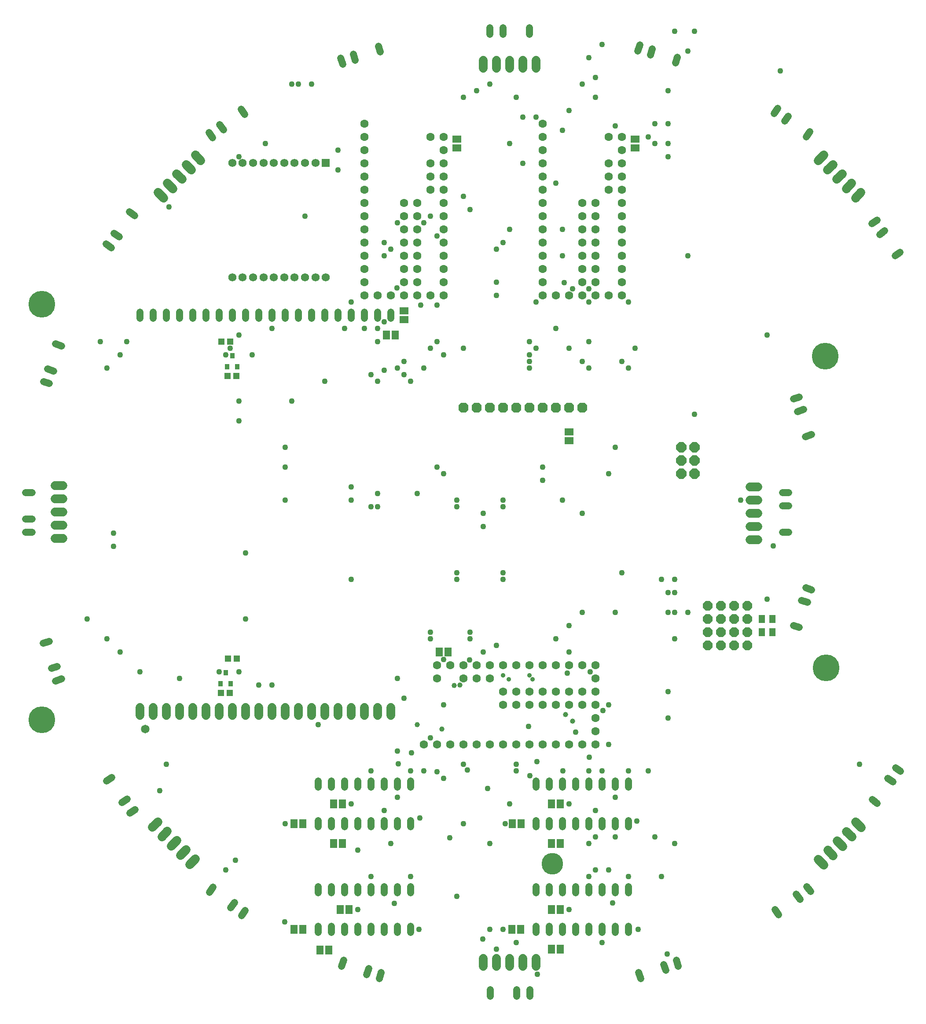
<source format=gts>
G75*
%MOIN*%
%OFA0B0*%
%FSLAX25Y25*%
%IPPOS*%
%LPD*%
%AMOC8*
5,1,8,0,0,1.08239X$1,22.5*
%
%ADD10C,0.20285*%
%ADD11C,0.16348*%
%ADD12C,0.06600*%
%ADD13R,0.06506X0.05718*%
%ADD14R,0.05718X0.06506*%
%ADD15C,0.05400*%
%ADD16OC8,0.07200*%
%ADD17C,0.06300*%
%ADD18R,0.03750X0.04143*%
%ADD19R,0.04931X0.06112*%
%ADD20R,0.04931X0.04537*%
%ADD21C,0.06200*%
%ADD22R,0.06200X0.06200*%
%ADD23OC8,0.07600*%
%ADD24OC8,0.08000*%
%ADD25C,0.04362*%
%ADD26C,0.06506*%
%ADD27C,0.03969*%
%ADD28C,0.03600*%
D10*
X0162706Y0410343D03*
X0162706Y0725304D03*
X0756013Y0685934D03*
X0756406Y0449713D03*
D11*
X0549259Y0301383D03*
D12*
X0278891Y0305013D02*
X0274648Y0300771D01*
X0267577Y0307842D02*
X0271820Y0312085D01*
X0264749Y0319156D02*
X0260506Y0314913D01*
X0253435Y0321984D02*
X0257678Y0326227D01*
X0250606Y0333298D02*
X0246364Y0329055D01*
X0246800Y0413800D02*
X0246800Y0419800D01*
X0236800Y0419800D02*
X0236800Y0413800D01*
X0256800Y0413800D02*
X0256800Y0419800D01*
X0266800Y0419800D02*
X0266800Y0413800D01*
X0276800Y0413800D02*
X0276800Y0419800D01*
X0286800Y0419800D02*
X0286800Y0413800D01*
X0296800Y0413800D02*
X0296800Y0419800D01*
X0306800Y0419800D02*
X0306800Y0413800D01*
X0316800Y0413800D02*
X0316800Y0419800D01*
X0326800Y0419800D02*
X0326800Y0413800D01*
X0336800Y0413800D02*
X0336800Y0419800D01*
X0346800Y0419800D02*
X0346800Y0413800D01*
X0356800Y0413800D02*
X0356800Y0419800D01*
X0366800Y0419800D02*
X0366800Y0413800D01*
X0376800Y0413800D02*
X0376800Y0419800D01*
X0386800Y0419800D02*
X0386800Y0413800D01*
X0396800Y0413800D02*
X0396800Y0419800D01*
X0406800Y0419800D02*
X0406800Y0413800D01*
X0416800Y0413800D02*
X0416800Y0419800D01*
X0426800Y0419800D02*
X0426800Y0413800D01*
X0496800Y0229800D02*
X0496800Y0223800D01*
X0506800Y0223800D02*
X0506800Y0229800D01*
X0516800Y0229800D02*
X0516800Y0223800D01*
X0526800Y0223800D02*
X0526800Y0229800D01*
X0536800Y0229800D02*
X0536800Y0223800D01*
X0750702Y0304750D02*
X0754945Y0300508D01*
X0762016Y0307579D02*
X0757773Y0311821D01*
X0764844Y0318892D02*
X0769087Y0314650D01*
X0776158Y0321721D02*
X0771915Y0325963D01*
X0778986Y0333035D02*
X0783229Y0328792D01*
X0704800Y0546800D02*
X0698800Y0546800D01*
X0698800Y0556800D02*
X0704800Y0556800D01*
X0704800Y0566800D02*
X0698800Y0566800D01*
X0698800Y0576800D02*
X0704800Y0576800D01*
X0704800Y0586800D02*
X0698800Y0586800D01*
X0778821Y0805537D02*
X0783063Y0809779D01*
X0775992Y0816850D02*
X0771750Y0812608D01*
X0764679Y0819679D02*
X0768921Y0823921D01*
X0761850Y0830992D02*
X0757608Y0826750D01*
X0750537Y0833821D02*
X0754779Y0838063D01*
X0536800Y0903800D02*
X0536800Y0909800D01*
X0526800Y0909800D02*
X0526800Y0903800D01*
X0516800Y0903800D02*
X0516800Y0909800D01*
X0506800Y0909800D02*
X0506800Y0903800D01*
X0496800Y0903800D02*
X0496800Y0909800D01*
X0283063Y0833821D02*
X0278821Y0838063D01*
X0271750Y0830992D02*
X0275992Y0826750D01*
X0268921Y0819679D02*
X0264679Y0823921D01*
X0257608Y0816850D02*
X0261850Y0812608D01*
X0254779Y0805537D02*
X0250537Y0809779D01*
X0178461Y0587745D02*
X0172461Y0587745D01*
X0172461Y0577745D02*
X0178461Y0577745D01*
X0178461Y0567745D02*
X0172461Y0567745D01*
X0172461Y0557745D02*
X0178461Y0557745D01*
X0178461Y0547745D02*
X0172461Y0547745D01*
D13*
X0436800Y0713454D03*
X0436800Y0720146D03*
X0476800Y0843454D03*
X0476800Y0850146D03*
X0611800Y0850146D03*
X0611800Y0843454D03*
X0561915Y0628607D03*
X0561915Y0621914D03*
D14*
X0430146Y0701800D03*
X0423454Y0701800D03*
X0463454Y0461800D03*
X0470146Y0461800D03*
X0548454Y0346800D03*
X0555146Y0346800D03*
X0555146Y0316800D03*
X0548454Y0316800D03*
X0525713Y0331706D03*
X0519020Y0331706D03*
X0548454Y0266800D03*
X0555146Y0266800D03*
X0555146Y0236800D03*
X0548454Y0236800D03*
X0525146Y0251800D03*
X0518454Y0251800D03*
X0395146Y0266800D03*
X0388454Y0266800D03*
X0379831Y0236295D03*
X0373138Y0236295D03*
X0360146Y0251800D03*
X0353454Y0251800D03*
X0383454Y0316800D03*
X0390146Y0316800D03*
X0390146Y0346800D03*
X0383454Y0346800D03*
X0360146Y0331800D03*
X0353454Y0331800D03*
D15*
X0371800Y0329400D02*
X0371800Y0334200D01*
X0381800Y0334200D02*
X0381800Y0329400D01*
X0391800Y0329400D02*
X0391800Y0334200D01*
X0401800Y0334200D02*
X0401800Y0329400D01*
X0411800Y0329400D02*
X0411800Y0334200D01*
X0421800Y0334200D02*
X0421800Y0329400D01*
X0431800Y0329400D02*
X0431800Y0334200D01*
X0441800Y0334200D02*
X0441800Y0329400D01*
X0441800Y0359400D02*
X0441800Y0364200D01*
X0431800Y0364200D02*
X0431800Y0359400D01*
X0421800Y0359400D02*
X0421800Y0364200D01*
X0411800Y0364200D02*
X0411800Y0359400D01*
X0401800Y0359400D02*
X0401800Y0364200D01*
X0391800Y0364200D02*
X0391800Y0359400D01*
X0381800Y0359400D02*
X0381800Y0364200D01*
X0371800Y0364200D02*
X0371800Y0359400D01*
X0371800Y0284200D02*
X0371800Y0279400D01*
X0381800Y0279400D02*
X0381800Y0284200D01*
X0391800Y0284200D02*
X0391800Y0279400D01*
X0401800Y0279400D02*
X0401800Y0284200D01*
X0411800Y0284200D02*
X0411800Y0279400D01*
X0421800Y0279400D02*
X0421800Y0284200D01*
X0431800Y0284200D02*
X0431800Y0279400D01*
X0441800Y0279400D02*
X0441800Y0284200D01*
X0441800Y0254200D02*
X0441800Y0249400D01*
X0431800Y0249400D02*
X0431800Y0254200D01*
X0421800Y0254200D02*
X0421800Y0249400D01*
X0411800Y0249400D02*
X0411800Y0254200D01*
X0401800Y0254200D02*
X0401800Y0249400D01*
X0391800Y0249400D02*
X0391800Y0254200D01*
X0381800Y0254200D02*
X0381800Y0249400D01*
X0371800Y0249400D02*
X0371800Y0254200D01*
X0391189Y0228403D02*
X0389706Y0223838D01*
X0408727Y0217657D02*
X0410210Y0222222D01*
X0419721Y0219132D02*
X0418238Y0214567D01*
X0502076Y0206129D02*
X0502076Y0201329D01*
X0522076Y0201329D02*
X0522076Y0206129D01*
X0532076Y0206129D02*
X0532076Y0201329D01*
X0536800Y0249400D02*
X0536800Y0254200D01*
X0546800Y0254200D02*
X0546800Y0249400D01*
X0556800Y0249400D02*
X0556800Y0254200D01*
X0566800Y0254200D02*
X0566800Y0249400D01*
X0576800Y0249400D02*
X0576800Y0254200D01*
X0586800Y0254200D02*
X0586800Y0249400D01*
X0596800Y0249400D02*
X0596800Y0254200D01*
X0606800Y0254200D02*
X0606800Y0249400D01*
X0606800Y0279400D02*
X0606800Y0284200D01*
X0596800Y0284200D02*
X0596800Y0279400D01*
X0586800Y0279400D02*
X0586800Y0284200D01*
X0576800Y0284200D02*
X0576800Y0279400D01*
X0566800Y0279400D02*
X0566800Y0284200D01*
X0556800Y0284200D02*
X0556800Y0279400D01*
X0546800Y0279400D02*
X0546800Y0284200D01*
X0536800Y0284200D02*
X0536800Y0279400D01*
X0536800Y0329400D02*
X0536800Y0334200D01*
X0546800Y0334200D02*
X0546800Y0329400D01*
X0556800Y0329400D02*
X0556800Y0334200D01*
X0566800Y0334200D02*
X0566800Y0329400D01*
X0576800Y0329400D02*
X0576800Y0334200D01*
X0586800Y0334200D02*
X0586800Y0329400D01*
X0596800Y0329400D02*
X0596800Y0334200D01*
X0606800Y0334200D02*
X0606800Y0329400D01*
X0606800Y0359400D02*
X0606800Y0364200D01*
X0596800Y0364200D02*
X0596800Y0359400D01*
X0586800Y0359400D02*
X0586800Y0364200D01*
X0576800Y0364200D02*
X0576800Y0359400D01*
X0566800Y0359400D02*
X0566800Y0364200D01*
X0556800Y0364200D02*
X0556800Y0359400D01*
X0546800Y0359400D02*
X0546800Y0364200D01*
X0536800Y0364200D02*
X0536800Y0359400D01*
X0633688Y0225313D02*
X0635171Y0220748D01*
X0644682Y0223838D02*
X0643198Y0228403D01*
X0614667Y0219132D02*
X0616150Y0214567D01*
X0717782Y0266697D02*
X0720603Y0262813D01*
X0736783Y0274569D02*
X0733962Y0278452D01*
X0742052Y0284330D02*
X0744873Y0280447D01*
X0795358Y0347230D02*
X0791475Y0350052D01*
X0803230Y0366232D02*
X0807114Y0363411D01*
X0812991Y0371501D02*
X0809108Y0374322D01*
X0736376Y0480336D02*
X0731811Y0481819D01*
X0737992Y0500840D02*
X0742557Y0499357D01*
X0745647Y0508868D02*
X0741082Y0510351D01*
X0728255Y0552469D02*
X0723455Y0552469D01*
X0723455Y0572469D02*
X0728255Y0572469D01*
X0728255Y0582469D02*
X0723455Y0582469D01*
X0741042Y0624942D02*
X0745608Y0626425D01*
X0739427Y0645447D02*
X0734862Y0643963D01*
X0731772Y0653474D02*
X0736337Y0654957D01*
X0808833Y0761758D02*
X0812716Y0764579D01*
X0800960Y0780760D02*
X0797077Y0777938D01*
X0791199Y0786029D02*
X0795082Y0788850D01*
X0741422Y0851986D02*
X0744244Y0855870D01*
X0728063Y0867625D02*
X0725242Y0863742D01*
X0717152Y0869620D02*
X0719973Y0873503D01*
X0642529Y0907677D02*
X0644012Y0912243D01*
X0624991Y0918423D02*
X0623508Y0913858D01*
X0613997Y0916948D02*
X0615481Y0921513D01*
X0531800Y0929557D02*
X0531800Y0934357D01*
X0511800Y0934357D02*
X0511800Y0929557D01*
X0501800Y0929557D02*
X0501800Y0934357D01*
X0418973Y0916082D02*
X0417490Y0920647D01*
X0398468Y0914467D02*
X0399952Y0909902D01*
X0390441Y0906811D02*
X0388958Y0911376D01*
X0316330Y0868911D02*
X0313509Y0872795D01*
X0297328Y0861039D02*
X0300150Y0857156D01*
X0292060Y0851278D02*
X0289238Y0855161D01*
X0232834Y0792249D02*
X0228951Y0795070D01*
X0217195Y0778890D02*
X0221078Y0776069D01*
X0215200Y0767978D02*
X0211317Y0770800D01*
X0236800Y0719200D02*
X0236800Y0714400D01*
X0246800Y0714400D02*
X0246800Y0719200D01*
X0256800Y0719200D02*
X0256800Y0714400D01*
X0266800Y0714400D02*
X0266800Y0719200D01*
X0276800Y0719200D02*
X0276800Y0714400D01*
X0286800Y0714400D02*
X0286800Y0719200D01*
X0296800Y0719200D02*
X0296800Y0714400D01*
X0306800Y0714400D02*
X0306800Y0719200D01*
X0316800Y0719200D02*
X0316800Y0714400D01*
X0326800Y0714400D02*
X0326800Y0719200D01*
X0336800Y0719200D02*
X0336800Y0714400D01*
X0346800Y0714400D02*
X0346800Y0719200D01*
X0356800Y0719200D02*
X0356800Y0714400D01*
X0366800Y0714400D02*
X0366800Y0719200D01*
X0376800Y0719200D02*
X0376800Y0714400D01*
X0386800Y0714400D02*
X0386800Y0719200D01*
X0396800Y0719200D02*
X0396800Y0714400D01*
X0406800Y0714400D02*
X0406800Y0719200D01*
X0416800Y0719200D02*
X0416800Y0714400D01*
X0426800Y0714400D02*
X0426800Y0719200D01*
X0177615Y0693592D02*
X0173050Y0695075D01*
X0166870Y0676054D02*
X0171435Y0674571D01*
X0168345Y0665060D02*
X0163780Y0666543D01*
X0155106Y0582469D02*
X0150306Y0582469D01*
X0150306Y0562469D02*
X0155106Y0562469D01*
X0155106Y0552469D02*
X0150306Y0552469D01*
X0168148Y0469996D02*
X0163583Y0468513D01*
X0169763Y0449492D02*
X0174328Y0450975D01*
X0177419Y0441465D02*
X0172854Y0439981D01*
X0215515Y0366842D02*
X0211632Y0364021D01*
X0223388Y0347840D02*
X0227271Y0350662D01*
X0233149Y0342571D02*
X0229266Y0339750D01*
X0292296Y0283818D02*
X0289475Y0279935D01*
X0305655Y0268179D02*
X0308476Y0272063D01*
X0316566Y0266185D02*
X0313745Y0262301D01*
D16*
X0666800Y0466800D03*
X0666800Y0476800D03*
X0666800Y0486800D03*
X0666800Y0496800D03*
X0676800Y0496800D03*
X0676800Y0486800D03*
X0676800Y0476800D03*
X0676800Y0466800D03*
X0686800Y0466800D03*
X0686800Y0476800D03*
X0686800Y0486800D03*
X0686800Y0496800D03*
X0696800Y0496800D03*
X0696800Y0486800D03*
X0696800Y0476800D03*
X0696800Y0466800D03*
D17*
X0581800Y0451800D03*
X0581800Y0441800D03*
X0581800Y0431800D03*
X0581800Y0421800D03*
X0581800Y0411800D03*
X0581800Y0401800D03*
X0581800Y0391800D03*
X0571800Y0391800D03*
X0561800Y0391800D03*
X0551800Y0391800D03*
X0541800Y0391800D03*
X0531800Y0391800D03*
X0521800Y0391800D03*
X0511800Y0391800D03*
X0501800Y0391800D03*
X0491800Y0391800D03*
X0481800Y0391800D03*
X0471800Y0391800D03*
X0461800Y0391800D03*
X0451800Y0391800D03*
X0461800Y0441800D03*
X0461800Y0451800D03*
X0471800Y0451800D03*
X0481800Y0451800D03*
X0481800Y0441800D03*
X0491800Y0441800D03*
X0491800Y0451800D03*
X0501800Y0451800D03*
X0501800Y0441800D03*
X0511800Y0431800D03*
X0511800Y0421800D03*
X0521800Y0421800D03*
X0521800Y0431800D03*
X0531800Y0431800D03*
X0531800Y0421800D03*
X0541800Y0421800D03*
X0541800Y0431800D03*
X0551800Y0431800D03*
X0551800Y0421800D03*
X0561800Y0421800D03*
X0561800Y0431800D03*
X0571800Y0431800D03*
X0571800Y0421800D03*
X0571800Y0451800D03*
X0561800Y0451800D03*
X0551800Y0451800D03*
X0541800Y0451800D03*
X0531800Y0451800D03*
X0521800Y0451800D03*
X0511800Y0451800D03*
X0541800Y0731800D03*
X0541800Y0741800D03*
X0541800Y0751800D03*
X0541800Y0761800D03*
X0541800Y0771800D03*
X0541800Y0781800D03*
X0541800Y0791800D03*
X0541800Y0801800D03*
X0541800Y0811800D03*
X0541800Y0821800D03*
X0541800Y0831800D03*
X0541800Y0841800D03*
X0541800Y0851800D03*
X0541800Y0861800D03*
X0591800Y0851800D03*
X0601800Y0851800D03*
X0601800Y0841800D03*
X0601800Y0831800D03*
X0601800Y0821800D03*
X0601800Y0811800D03*
X0601800Y0801800D03*
X0601800Y0791800D03*
X0601800Y0781800D03*
X0601800Y0771800D03*
X0601800Y0761800D03*
X0601800Y0751800D03*
X0601800Y0741800D03*
X0601800Y0731800D03*
X0591800Y0731800D03*
X0581800Y0731800D03*
X0581800Y0741800D03*
X0581800Y0751800D03*
X0581800Y0761800D03*
X0581800Y0771800D03*
X0581800Y0781800D03*
X0581800Y0791800D03*
X0581800Y0801800D03*
X0571800Y0801800D03*
X0571800Y0791800D03*
X0571800Y0781800D03*
X0571800Y0771800D03*
X0571800Y0761800D03*
X0571800Y0751800D03*
X0571800Y0741800D03*
X0571800Y0731800D03*
X0561800Y0731800D03*
X0551800Y0731800D03*
X0591800Y0811800D03*
X0591800Y0821800D03*
X0591800Y0831800D03*
X0466800Y0831800D03*
X0466800Y0821800D03*
X0466800Y0811800D03*
X0466800Y0801800D03*
X0466800Y0791800D03*
X0466800Y0781800D03*
X0466800Y0771800D03*
X0466800Y0761800D03*
X0466800Y0751800D03*
X0466800Y0741800D03*
X0466800Y0731800D03*
X0456800Y0731800D03*
X0446800Y0731800D03*
X0446800Y0741800D03*
X0446800Y0751800D03*
X0446800Y0761800D03*
X0446800Y0771800D03*
X0446800Y0781800D03*
X0446800Y0791800D03*
X0446800Y0801800D03*
X0436800Y0801800D03*
X0436800Y0791800D03*
X0436800Y0781800D03*
X0436800Y0771800D03*
X0436800Y0761800D03*
X0436800Y0751800D03*
X0436800Y0741800D03*
X0436800Y0731800D03*
X0426800Y0731800D03*
X0416800Y0731800D03*
X0406800Y0731800D03*
X0406800Y0741800D03*
X0406800Y0751800D03*
X0406800Y0761800D03*
X0406800Y0771800D03*
X0406800Y0781800D03*
X0406800Y0791800D03*
X0406800Y0801800D03*
X0406800Y0811800D03*
X0406800Y0821800D03*
X0406800Y0831800D03*
X0406800Y0841800D03*
X0406800Y0851800D03*
X0406800Y0861800D03*
X0456800Y0851800D03*
X0466800Y0851800D03*
X0466800Y0841800D03*
X0456800Y0831800D03*
X0456800Y0821800D03*
X0456800Y0811800D03*
D18*
X0310540Y0677863D03*
X0303060Y0677863D03*
X0306800Y0686131D03*
X0301800Y0446131D03*
X0298060Y0437863D03*
X0305540Y0437863D03*
D19*
X0707863Y0476800D03*
X0715737Y0476800D03*
X0715737Y0486800D03*
X0707863Y0486800D03*
D20*
X0310146Y0456800D03*
X0303454Y0456800D03*
X0305068Y0430934D03*
X0298375Y0430934D03*
X0303375Y0670855D03*
X0310068Y0670855D03*
X0305146Y0696800D03*
X0298454Y0696800D03*
D21*
X0306821Y0745469D03*
X0314695Y0745469D03*
X0322569Y0745469D03*
X0330443Y0745469D03*
X0338317Y0745469D03*
X0346191Y0745469D03*
X0354065Y0745469D03*
X0361939Y0745469D03*
X0369813Y0745469D03*
X0377687Y0745469D03*
X0369813Y0832083D03*
X0361939Y0832083D03*
X0354065Y0832083D03*
X0346191Y0832083D03*
X0338317Y0832083D03*
X0330443Y0832083D03*
X0322569Y0832083D03*
X0314695Y0832083D03*
X0306821Y0832083D03*
D22*
X0377687Y0832083D03*
D23*
X0481800Y0646800D03*
X0491800Y0646800D03*
X0501800Y0646800D03*
X0511800Y0646800D03*
X0521800Y0646800D03*
X0531800Y0646800D03*
X0541800Y0646800D03*
X0551800Y0646800D03*
X0561800Y0646800D03*
X0571800Y0646800D03*
D24*
X0646800Y0616800D03*
X0646800Y0606800D03*
X0646800Y0596800D03*
X0656800Y0596800D03*
X0656800Y0606800D03*
X0656800Y0616800D03*
D25*
X0656800Y0641800D03*
X0606800Y0676800D03*
X0601800Y0681800D03*
X0611800Y0691800D03*
X0606800Y0726800D03*
X0576800Y0726800D03*
X0576800Y0736800D03*
X0564449Y0736914D03*
X0558311Y0741610D03*
X0556800Y0761800D03*
X0556800Y0781800D03*
X0551800Y0816800D03*
X0526800Y0831800D03*
X0516800Y0846800D03*
X0526800Y0866800D03*
X0536800Y0866800D03*
X0521800Y0881800D03*
X0501800Y0891800D03*
X0491800Y0886800D03*
X0481800Y0881800D03*
X0481800Y0806800D03*
X0486800Y0796800D03*
X0461800Y0776800D03*
X0451800Y0786800D03*
X0456800Y0791800D03*
X0431800Y0786800D03*
X0421800Y0771800D03*
X0426800Y0766800D03*
X0421800Y0761800D03*
X0431618Y0737391D03*
X0449418Y0724612D03*
X0461800Y0724609D03*
X0461800Y0696800D03*
X0456800Y0691800D03*
X0466800Y0686800D03*
X0451800Y0676800D03*
X0441800Y0666800D03*
X0436800Y0671800D03*
X0431800Y0676800D03*
X0436800Y0681800D03*
X0421896Y0675279D03*
X0416800Y0666800D03*
X0411800Y0671800D03*
X0416800Y0696800D03*
X0416800Y0706800D03*
X0421800Y0711800D03*
X0406800Y0706800D03*
X0391800Y0706800D03*
X0396800Y0726800D03*
X0376800Y0666800D03*
X0351800Y0651800D03*
X0346800Y0616800D03*
X0346800Y0601800D03*
X0346800Y0576800D03*
X0316800Y0536800D03*
X0316800Y0486800D03*
X0311800Y0446800D03*
X0296800Y0446800D03*
X0266800Y0441800D03*
X0236800Y0446800D03*
X0221800Y0461800D03*
X0211800Y0471800D03*
X0196800Y0486800D03*
X0216800Y0541800D03*
X0216800Y0551800D03*
X0311800Y0636800D03*
X0311800Y0651800D03*
X0301800Y0686800D03*
X0305256Y0691792D03*
X0311800Y0701800D03*
X0321800Y0686800D03*
X0336800Y0706800D03*
X0361800Y0791800D03*
X0386800Y0826800D03*
X0386800Y0841800D03*
X0366800Y0891800D03*
X0356800Y0891800D03*
X0351800Y0891800D03*
X0331800Y0846800D03*
X0311800Y0836800D03*
X0258945Y0798841D03*
X0226800Y0696800D03*
X0221800Y0686800D03*
X0211800Y0676800D03*
X0206800Y0696800D03*
X0396800Y0586800D03*
X0396800Y0576800D03*
X0411800Y0571800D03*
X0416800Y0571800D03*
X0416800Y0581800D03*
X0446800Y0581800D03*
X0461800Y0601800D03*
X0466800Y0596800D03*
X0476800Y0576800D03*
X0476800Y0571800D03*
X0496800Y0566800D03*
X0496800Y0556800D03*
X0511800Y0571800D03*
X0511800Y0576800D03*
X0541800Y0591800D03*
X0541800Y0601800D03*
X0556800Y0576800D03*
X0571800Y0566800D03*
X0591800Y0596800D03*
X0596800Y0616800D03*
X0576800Y0676800D03*
X0571800Y0681800D03*
X0561800Y0691800D03*
X0576800Y0696800D03*
X0551800Y0706800D03*
X0536800Y0691800D03*
X0531800Y0696800D03*
X0531800Y0686800D03*
X0531800Y0681800D03*
X0531800Y0676800D03*
X0536800Y0726800D03*
X0506800Y0731800D03*
X0506800Y0741800D03*
X0506800Y0766800D03*
X0511800Y0771800D03*
X0516800Y0781800D03*
X0556800Y0856800D03*
X0561800Y0871800D03*
X0571800Y0891800D03*
X0581800Y0896800D03*
X0581800Y0881800D03*
X0596845Y0860207D03*
X0621800Y0851800D03*
X0626800Y0846800D03*
X0636800Y0846800D03*
X0636800Y0836800D03*
X0636800Y0861800D03*
X0626800Y0861800D03*
X0636800Y0886800D03*
X0651800Y0916800D03*
X0656800Y0931800D03*
X0641800Y0931800D03*
X0586800Y0921800D03*
X0576800Y0911800D03*
X0651800Y0761800D03*
X0711800Y0701800D03*
X0691800Y0576800D03*
X0716446Y0542018D03*
X0711800Y0501800D03*
X0651800Y0491800D03*
X0641800Y0491800D03*
X0636800Y0491800D03*
X0636800Y0506800D03*
X0641800Y0506800D03*
X0641800Y0516800D03*
X0631800Y0516800D03*
X0601800Y0521800D03*
X0596800Y0491800D03*
X0571800Y0491800D03*
X0561800Y0481800D03*
X0551800Y0471800D03*
X0561800Y0461800D03*
X0560474Y0445701D03*
X0577774Y0446791D03*
X0591800Y0421800D03*
X0587713Y0417426D03*
X0591800Y0391800D03*
X0577085Y0382173D03*
X0576800Y0371800D03*
X0586800Y0371800D03*
X0596800Y0351800D03*
X0581800Y0341800D03*
X0581800Y0321800D03*
X0576800Y0316800D03*
X0581800Y0296800D03*
X0576800Y0291800D03*
X0591800Y0296800D03*
X0606800Y0291800D03*
X0594831Y0271800D03*
X0614162Y0251800D03*
X0636080Y0233110D03*
X0586800Y0241800D03*
X0561800Y0266800D03*
X0521800Y0241800D03*
X0511800Y0251800D03*
X0501800Y0251800D03*
X0496573Y0244648D03*
X0506800Y0236800D03*
X0537862Y0217927D03*
X0476800Y0276800D03*
X0448375Y0251800D03*
X0429664Y0271481D03*
X0441800Y0291800D03*
X0426800Y0316800D03*
X0411800Y0291800D03*
X0401800Y0311800D03*
X0396800Y0346800D03*
X0421800Y0341800D03*
X0431997Y0351682D03*
X0441800Y0371800D03*
X0432556Y0377020D03*
X0431800Y0386800D03*
X0442444Y0385604D03*
X0451800Y0371800D03*
X0461822Y0371208D03*
X0466800Y0366164D03*
X0481800Y0376800D03*
X0484904Y0372464D03*
X0500245Y0358582D03*
X0516800Y0346800D03*
X0513593Y0331706D03*
X0501800Y0316800D03*
X0481800Y0331800D03*
X0471686Y0321156D03*
X0448926Y0336328D03*
X0411800Y0371800D03*
X0371800Y0406800D03*
X0336800Y0436800D03*
X0326800Y0436800D03*
X0256800Y0376800D03*
X0251800Y0356800D03*
X0301800Y0296800D03*
X0309137Y0304243D03*
X0346800Y0331800D03*
X0401800Y0266800D03*
X0346531Y0257559D03*
X0456800Y0396800D03*
X0466800Y0421800D03*
X0436800Y0426800D03*
X0431800Y0441800D03*
X0456800Y0471800D03*
X0456800Y0476800D03*
X0466831Y0456041D03*
X0486726Y0455677D03*
X0496800Y0461800D03*
X0486800Y0471800D03*
X0486800Y0476800D03*
X0506800Y0466800D03*
X0511800Y0516800D03*
X0511800Y0521800D03*
X0476800Y0521800D03*
X0476800Y0516800D03*
X0396800Y0516800D03*
X0521800Y0376800D03*
X0521800Y0371800D03*
X0532360Y0368025D03*
X0537467Y0378830D03*
X0557274Y0371895D03*
X0561800Y0346800D03*
X0596800Y0321800D03*
X0613375Y0333769D03*
X0626800Y0321800D03*
X0641800Y0316800D03*
X0631800Y0291800D03*
X0621800Y0371800D03*
X0606800Y0371800D03*
X0636800Y0411800D03*
X0636800Y0431800D03*
X0641800Y0471800D03*
X0566778Y0401274D03*
X0531368Y0405379D03*
X0781800Y0376800D03*
X0481800Y0691800D03*
X0721800Y0901800D03*
D26*
X0241052Y0403650D03*
D27*
X0446800Y0406800D03*
X0465619Y0403375D03*
X0475009Y0436479D03*
X0479241Y0436721D03*
X0559162Y0414438D03*
X0564613Y0409338D03*
D28*
X0534299Y0441211D03*
X0532026Y0444177D03*
X0516311Y0441120D03*
X0512026Y0444177D03*
M02*

</source>
